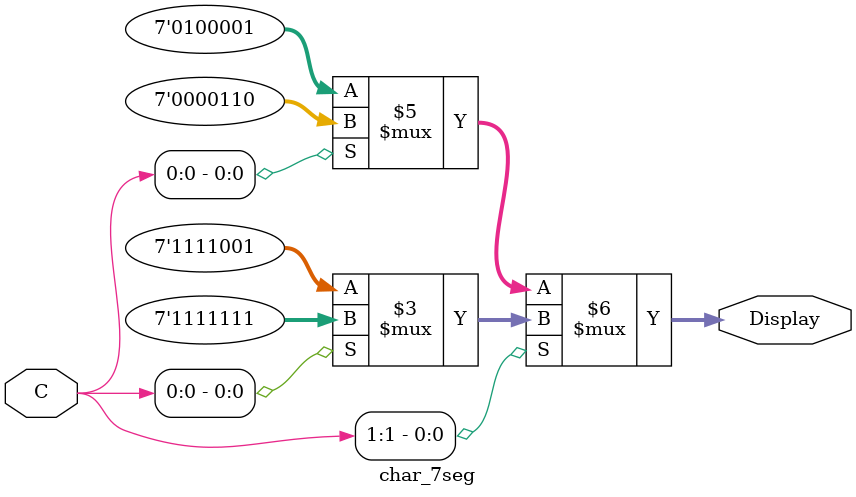
<source format=v>
module part5(SW, LEDR, HEX0, HEX1, HEX2);
    input [9:0] SW;             // Input: 10 toggle switches
    output [9:0] LEDR;          // Output: 10 red LEDs
    output [6:0] HEX0, HEX1, HEX2; // Outputs: three 7-seg displays

    // Declare internal 2-bit wires:
    // S  = select input from SW9~SW8
    // I2 = first  character code (U) from SW5~SW4
    // I1 = second character code (V) from SW3~SW2
    // I0 = third  character code (W) from SW1~SW0
    // m2, m1, m0 = outputs of the 3 multiplexers
    wire [1:0] S, I2, I1, I0, m2, m1, m0;

    // Assign switch groups to signals
    assign S = SW[9:8];     // Select lines for rotation
    assign LEDR = SW;       // Display all switches on LEDs (for debugging/visibility)
    assign I2 = SW[5:4];    // Input U
    assign I1 = SW[3:2];    // Input V
    assign I0 = SW[1:0];    // Input W

    // Instantiate three 2-bit wide 3-to-1 multiplexers
    // Each multiplexer selects one of the three characters (U, V, W)
    // depending on the select signal S
    // Different wiring produces the rotated display order
    mux_2bit_3to1 M0 (.S(S), .U(I2), .V(I1), .W(I0), .M(m0)); // feeds HEX0
    mux_2bit_3to1 M1 (.S(S), .U(I1), .V(I0), .W(I2), .M(m1)); // feeds HEX1
    mux_2bit_3to1 M2 (.S(S), .U(I0), .V(I2), .W(I1), .M(m2)); // feeds HEX2

    // Instantiate 7-segment decoders for each multiplexer output
    // Each decoder converts the 2-bit code into the correct 7-segment pattern
    char_7seg H0 (.C(m0), .Display(HEX0)); // HEX0 shows first character
    char_7seg H1 (.C(m1), .Display(HEX1)); // HEX1 shows second character
    char_7seg H2 (.C(m2), .Display(HEX2)); // HEX2 shows third character
endmodule


// Implements a 2-bit wide 3-to-1 multiplexer
// Select input: S[1:0]
// Truth table:
//   S=00 → output = U
//   S=01 → output = V
//   S=10 or 11 → output = W
module mux_2bit_3to1 (S, U, V, W, M);
    input [1:0] S, U, V, W;  // 2-bit select and 3x 2-bit inputs
    output [1:0] M;          // 2-bit output

    // Output bit 0
    assign M[0] = (((~S[0] & U[0]) | (S[0] & V[0])) & ~S[1]) | (S[1] & W[0]);

    // Output bit 1
    assign M[1] = (((~S[0] & U[1]) | (S[0] & V[1])) & ~S[1]) | (S[1] & W[1]);
endmodule

	
	
	// implements a 7-segment decoder for d, E, 1 and ‘blank’
module char_7seg (C, Display);
	input [1:0] C; // input code
	output [6:0] Display; // output 7-seg code
	assign Display = (C[1] == 1'b1)?((C[0] == 1'b1)?7'b1111111:7'b1111001):((C[0] == 1'b1)?7'b0000110:7'b0100001);
endmodule

</source>
